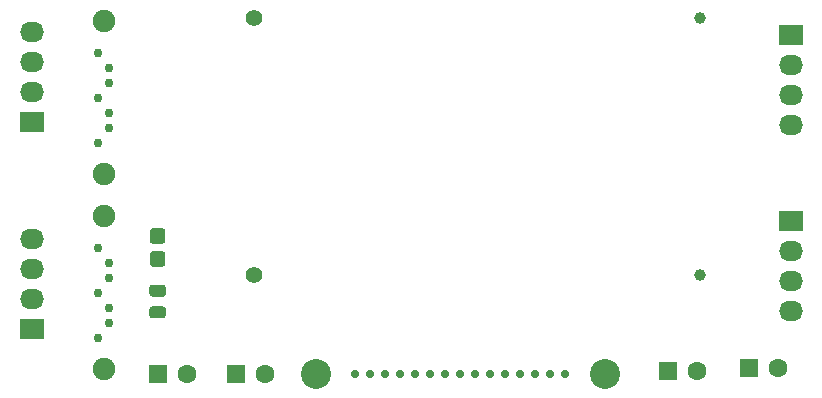
<source format=gbr>
%TF.GenerationSoftware,KiCad,Pcbnew,(5.1.10)-1*%
%TF.CreationDate,2021-07-17T21:47:49+08:00*%
%TF.ProjectId,2.5_SAS_Backend,322e355f-5341-4535-9f42-61636b656e64,rev?*%
%TF.SameCoordinates,Original*%
%TF.FileFunction,Soldermask,Top*%
%TF.FilePolarity,Negative*%
%FSLAX46Y46*%
G04 Gerber Fmt 4.6, Leading zero omitted, Abs format (unit mm)*
G04 Created by KiCad (PCBNEW (5.1.10)-1) date 2021-07-17 21:47:49*
%MOMM*%
%LPD*%
G01*
G04 APERTURE LIST*
%ADD10C,1.900000*%
%ADD11C,0.750000*%
%ADD12C,1.000000*%
%ADD13C,1.400000*%
%ADD14C,0.700000*%
%ADD15C,2.540000*%
%ADD16C,1.600000*%
%ADD17R,1.600000X1.600000*%
%ADD18R,2.030000X1.730000*%
%ADD19O,2.030000X1.730000*%
G04 APERTURE END LIST*
D10*
%TO.C,U5*%
X40132000Y-63874000D03*
X40132000Y-50934000D03*
D11*
X39632000Y-61214000D03*
X40632000Y-59944000D03*
X40632000Y-58674000D03*
X39632000Y-57404000D03*
X40632000Y-56134000D03*
X40632000Y-54864000D03*
X39632000Y-53594000D03*
%TD*%
D10*
%TO.C,U3*%
X40132000Y-47364000D03*
X40132000Y-34424000D03*
D11*
X39632000Y-44704000D03*
X40632000Y-43434000D03*
X40632000Y-42164000D03*
X39632000Y-40894000D03*
X40632000Y-39624000D03*
X40632000Y-38354000D03*
X39632000Y-37084000D03*
%TD*%
D12*
%TO.C,U4*%
X90630000Y-55880000D03*
D13*
X52880000Y-55880000D03*
%TD*%
D14*
%TO.C,U2*%
X62680000Y-64262000D03*
X63950000Y-64262000D03*
X61410000Y-64262000D03*
X67760000Y-64262000D03*
X65220000Y-64262000D03*
X66490000Y-64262000D03*
X69030000Y-64262000D03*
X70300000Y-64262000D03*
X71570000Y-64262000D03*
X72840000Y-64262000D03*
X74110000Y-64262000D03*
X75380000Y-64262000D03*
X76650000Y-64262000D03*
X77920000Y-64262000D03*
X79190000Y-64262000D03*
D15*
X58140600Y-64262000D03*
X82550000Y-64262000D03*
%TD*%
D16*
%TO.C,5V_C2*%
X53808000Y-64262000D03*
D17*
X51308000Y-64262000D03*
%TD*%
D16*
%TO.C,12V_C3*%
X90384000Y-64008000D03*
D17*
X87884000Y-64008000D03*
%TD*%
D16*
%TO.C,12V_C4*%
X97242000Y-63754000D03*
D17*
X94742000Y-63754000D03*
%TD*%
%TO.C,D1*%
G36*
G01*
X45104000Y-53294000D02*
X44304000Y-53294000D01*
G75*
G02*
X44054000Y-53044000I0J250000D01*
G01*
X44054000Y-52219000D01*
G75*
G02*
X44304000Y-51969000I250000J0D01*
G01*
X45104000Y-51969000D01*
G75*
G02*
X45354000Y-52219000I0J-250000D01*
G01*
X45354000Y-53044000D01*
G75*
G02*
X45104000Y-53294000I-250000J0D01*
G01*
G37*
G36*
G01*
X45104000Y-55219000D02*
X44304000Y-55219000D01*
G75*
G02*
X44054000Y-54969000I0J250000D01*
G01*
X44054000Y-54144000D01*
G75*
G02*
X44304000Y-53894000I250000J0D01*
G01*
X45104000Y-53894000D01*
G75*
G02*
X45354000Y-54144000I0J-250000D01*
G01*
X45354000Y-54969000D01*
G75*
G02*
X45104000Y-55219000I-250000J0D01*
G01*
G37*
%TD*%
%TO.C,R1*%
G36*
G01*
X45154001Y-57766000D02*
X44253999Y-57766000D01*
G75*
G02*
X44004000Y-57516001I0J249999D01*
G01*
X44004000Y-56990999D01*
G75*
G02*
X44253999Y-56741000I249999J0D01*
G01*
X45154001Y-56741000D01*
G75*
G02*
X45404000Y-56990999I0J-249999D01*
G01*
X45404000Y-57516001D01*
G75*
G02*
X45154001Y-57766000I-249999J0D01*
G01*
G37*
G36*
G01*
X45154001Y-59591000D02*
X44253999Y-59591000D01*
G75*
G02*
X44004000Y-59341001I0J249999D01*
G01*
X44004000Y-58815999D01*
G75*
G02*
X44253999Y-58566000I249999J0D01*
G01*
X45154001Y-58566000D01*
G75*
G02*
X45404000Y-58815999I0J-249999D01*
G01*
X45404000Y-59341001D01*
G75*
G02*
X45154001Y-59591000I-249999J0D01*
G01*
G37*
%TD*%
D18*
%TO.C,M1*%
X98298000Y-51308000D03*
D19*
X98298000Y-53848000D03*
X98298000Y-56388000D03*
X98298000Y-58928000D03*
%TD*%
D18*
%TO.C,M2*%
X98298000Y-35560000D03*
D19*
X98298000Y-38100000D03*
X98298000Y-40640000D03*
X98298000Y-43180000D03*
%TD*%
D18*
%TO.C,M3*%
X34036000Y-42926000D03*
D19*
X34036000Y-40386000D03*
X34036000Y-37846000D03*
X34036000Y-35306000D03*
%TD*%
D18*
%TO.C,M4*%
X34036000Y-60452000D03*
D19*
X34036000Y-57912000D03*
X34036000Y-55372000D03*
X34036000Y-52832000D03*
%TD*%
D16*
%TO.C,5V_C1*%
X47204000Y-64262000D03*
D17*
X44704000Y-64262000D03*
%TD*%
D12*
%TO.C,U1*%
X90630000Y-34163000D03*
D13*
X52880000Y-34163000D03*
%TD*%
M02*

</source>
